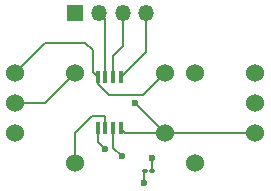
<source format=gbr>
%TF.GenerationSoftware,KiCad,Pcbnew,8.0.3*%
%TF.CreationDate,2024-07-12T00:46:39-05:00*%
%TF.ProjectId,WS2811 breakout board,57533238-3131-4206-9272-65616b6f7574,rev?*%
%TF.SameCoordinates,Original*%
%TF.FileFunction,Copper,L1,Top*%
%TF.FilePolarity,Positive*%
%FSLAX46Y46*%
G04 Gerber Fmt 4.6, Leading zero omitted, Abs format (unit mm)*
G04 Created by KiCad (PCBNEW 8.0.3) date 2024-07-12 00:46:39*
%MOMM*%
%LPD*%
G01*
G04 APERTURE LIST*
G04 Aperture macros list*
%AMRoundRect*
0 Rectangle with rounded corners*
0 $1 Rounding radius*
0 $2 $3 $4 $5 $6 $7 $8 $9 X,Y pos of 4 corners*
0 Add a 4 corners polygon primitive as box body*
4,1,4,$2,$3,$4,$5,$6,$7,$8,$9,$2,$3,0*
0 Add four circle primitives for the rounded corners*
1,1,$1+$1,$2,$3*
1,1,$1+$1,$4,$5*
1,1,$1+$1,$6,$7*
1,1,$1+$1,$8,$9*
0 Add four rect primitives between the rounded corners*
20,1,$1+$1,$2,$3,$4,$5,0*
20,1,$1+$1,$4,$5,$6,$7,0*
20,1,$1+$1,$6,$7,$8,$9,0*
20,1,$1+$1,$8,$9,$2,$3,0*%
G04 Aperture macros list end*
%TA.AperFunction,ComponentPad*%
%ADD10C,1.524000*%
%TD*%
%TA.AperFunction,ComponentPad*%
%ADD11R,1.350000X1.350000*%
%TD*%
%TA.AperFunction,ComponentPad*%
%ADD12O,1.350000X1.350000*%
%TD*%
%TA.AperFunction,SMDPad,CuDef*%
%ADD13RoundRect,0.100000X-0.130000X-0.100000X0.130000X-0.100000X0.130000X0.100000X-0.130000X0.100000X0*%
%TD*%
%TA.AperFunction,SMDPad,CuDef*%
%ADD14R,0.400000X1.100000*%
%TD*%
%TA.AperFunction,ViaPad*%
%ADD15C,0.600000*%
%TD*%
%TA.AperFunction,Conductor*%
%ADD16C,0.200000*%
%TD*%
G04 APERTURE END LIST*
D10*
%TO.P,REF\u002A\u002A,1*%
%TO.N,N/C*%
X152400000Y-91440000D03*
%TD*%
%TO.P,REF\u002A\u002A,1*%
%TO.N,N/C*%
X157480000Y-86360000D03*
%TD*%
%TO.P,REF\u002A\u002A,1*%
%TO.N,N/C*%
X152400000Y-83820000D03*
%TD*%
%TO.P,REF\u002A\u002A,1*%
%TO.N,N/C*%
X137160000Y-88900000D03*
%TD*%
%TO.P,REF\u002A\u002A,1*%
%TO.N,N/C*%
X142240000Y-91440000D03*
%TD*%
%TO.P,REF\u002A\u002A,1*%
%TO.N,N/C*%
X137160000Y-83820000D03*
%TD*%
%TO.P,REF\u002A\u002A,1*%
%TO.N,N/C*%
X157480000Y-88900000D03*
%TD*%
%TO.P,REF\u002A\u002A,1*%
%TO.N,N/C*%
X142240000Y-83820000D03*
%TD*%
D11*
%TO.P,REF\u002A\u002A,1*%
%TO.N,N/C*%
X142240000Y-78740000D03*
D12*
%TO.P,REF\u002A\u002A,2*%
X144240000Y-78740000D03*
%TO.P,REF\u002A\u002A,3*%
X146240000Y-78740000D03*
%TO.P,REF\u002A\u002A,4*%
X148240000Y-78740000D03*
%TD*%
D13*
%TO.P,REF\u002A\u002A,1*%
%TO.N,N/C*%
X148101926Y-92179183D03*
%TO.P,REF\u002A\u002A,2*%
X148741926Y-92179183D03*
%TD*%
D10*
%TO.P,REF\u002A\u002A,1*%
%TO.N,N/C*%
X137160000Y-86360000D03*
%TD*%
%TO.P,REF\u002A\u002A,1*%
%TO.N,N/C*%
X149860000Y-83820000D03*
%TD*%
%TO.P,REF\u002A\u002A,1*%
%TO.N,N/C*%
X149860000Y-88900000D03*
%TD*%
%TO.P,REF\u002A\u002A,1*%
%TO.N,N/C*%
X157480000Y-83820000D03*
%TD*%
D14*
%TO.P,REF\u002A\u002A,1*%
%TO.N,N/C*%
X146080000Y-84210000D03*
%TO.P,REF\u002A\u002A,2*%
X145430000Y-84210000D03*
%TO.P,REF\u002A\u002A,3*%
X144780000Y-84210000D03*
%TO.P,REF\u002A\u002A,4*%
X144130000Y-84210000D03*
%TO.P,REF\u002A\u002A,5*%
X144130000Y-88510000D03*
%TO.P,REF\u002A\u002A,6*%
X144780000Y-88510000D03*
%TO.P,REF\u002A\u002A,7*%
X145430000Y-88510000D03*
%TO.P,REF\u002A\u002A,8*%
X146080000Y-88510000D03*
%TD*%
D15*
%TO.N,*%
X144750855Y-90330350D03*
X148745213Y-91038677D03*
X148046614Y-93164202D03*
X146158910Y-90919766D03*
X147320000Y-86360000D03*
%TD*%
D16*
%TO.N,*%
X144780000Y-84210000D02*
X144780000Y-79280000D01*
X148741926Y-92179183D02*
X148741926Y-91041964D01*
X147940962Y-85739038D02*
X149860000Y-83820000D01*
X142240000Y-88900000D02*
X143661307Y-87478693D01*
X149860000Y-88900000D02*
X147320000Y-86360000D01*
X144780000Y-87564342D02*
X144780000Y-88510000D01*
X139700000Y-86360000D02*
X142240000Y-83820000D01*
X144130000Y-88510000D02*
X144130000Y-89576424D01*
X148741926Y-91041964D02*
X148745213Y-91038677D01*
X145430000Y-90190856D02*
X145430000Y-88510000D01*
X137160000Y-86360000D02*
X139700000Y-86360000D01*
X144130000Y-84788407D02*
X145080631Y-85739038D01*
X148046614Y-92234495D02*
X148101926Y-92179183D01*
X149860000Y-88900000D02*
X157480000Y-88900000D01*
X146080000Y-84210000D02*
X148240000Y-82050000D01*
X145430000Y-84210000D02*
X145413715Y-84193715D01*
X143077801Y-81280000D02*
X139700000Y-81280000D01*
X144128194Y-89578230D02*
X144128194Y-89707689D01*
X145080631Y-85739038D02*
X147940962Y-85739038D01*
X144780000Y-79280000D02*
X144240000Y-78740000D01*
X144130000Y-84210000D02*
X143704668Y-83784668D01*
X144694351Y-87478693D02*
X144780000Y-87564342D01*
X144130000Y-89576424D02*
X144128194Y-89578230D01*
X142240000Y-91440000D02*
X142240000Y-88900000D01*
X145413715Y-82413657D02*
X146240000Y-81587372D01*
X146240000Y-81587372D02*
X146240000Y-78740000D01*
X146470000Y-88900000D02*
X146080000Y-88510000D01*
X143661307Y-87478693D02*
X144694351Y-87478693D01*
X148046614Y-93164202D02*
X148046614Y-92234495D01*
X144128194Y-89707689D02*
X144750855Y-90330350D01*
X144780000Y-90301205D02*
X144750855Y-90330350D01*
X149860000Y-88900000D02*
X146470000Y-88900000D01*
X145413715Y-84193715D02*
X145413715Y-82413657D01*
X146158910Y-90919766D02*
X145430000Y-90190856D01*
X143704668Y-83784668D02*
X143704668Y-81906867D01*
X144130000Y-84210000D02*
X144130000Y-84788407D01*
X148240000Y-82050000D02*
X148240000Y-78740000D01*
X139700000Y-81280000D02*
X137160000Y-83820000D01*
X143704668Y-81906867D02*
X143077801Y-81280000D01*
%TD*%
M02*

</source>
